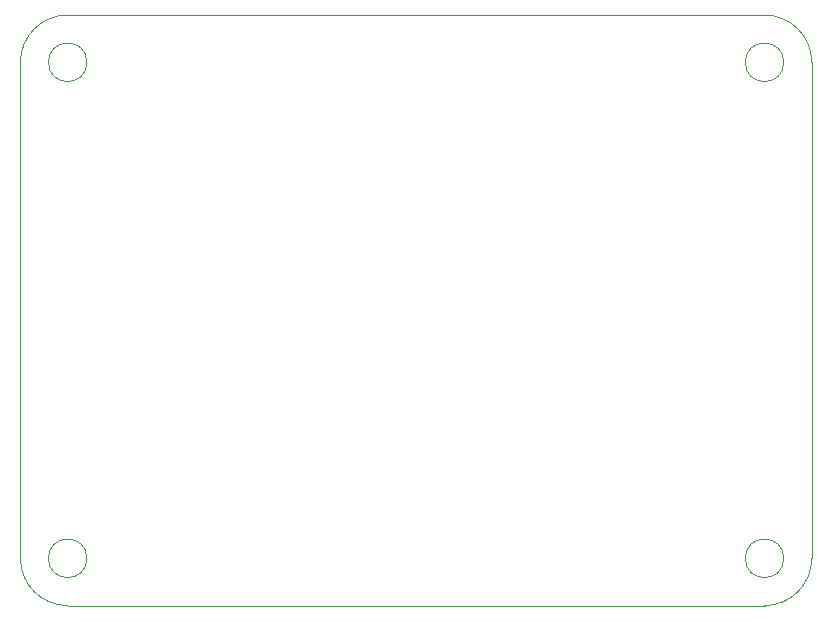
<source format=gbr>
G04 #@! TF.FileFunction,Profile,NP*
%FSLAX46Y46*%
G04 Gerber Fmt 4.6, Leading zero omitted, Abs format (unit mm)*
G04 Created by KiCad (PCBNEW 4.0.7-e2-6376~58~ubuntu16.04.1) date Thu Nov 16 22:22:22 2017*
%MOMM*%
%LPD*%
G01*
G04 APERTURE LIST*
%ADD10C,0.100000*%
G04 APERTURE END LIST*
D10*
X175961040Y-116908680D02*
X116961040Y-116908680D01*
X175961040Y-66908680D02*
X116961040Y-66908680D01*
X112961040Y-70908680D02*
X112961040Y-112908680D01*
X116961040Y-116908680D02*
G75*
G02X112961040Y-112908680I0J4000000D01*
G01*
X118592990Y-112908680D02*
G75*
G03X118592990Y-112908680I-1631950J0D01*
G01*
X179961040Y-112908680D02*
G75*
G02X175961040Y-116908680I-4000000J0D01*
G01*
X112961040Y-70908680D02*
G75*
G02X116961040Y-66908680I4000000J0D01*
G01*
X118592990Y-70908680D02*
G75*
G03X118592990Y-70908680I-1631950J0D01*
G01*
X179961040Y-70908680D02*
X179961040Y-112908680D01*
X177592990Y-112908680D02*
G75*
G03X177592990Y-112908680I-1631950J0D01*
G01*
X175961040Y-66908680D02*
G75*
G02X179961040Y-70908680I0J-4000000D01*
G01*
X177592990Y-70908680D02*
G75*
G03X177592990Y-70908680I-1631950J0D01*
G01*
M02*

</source>
